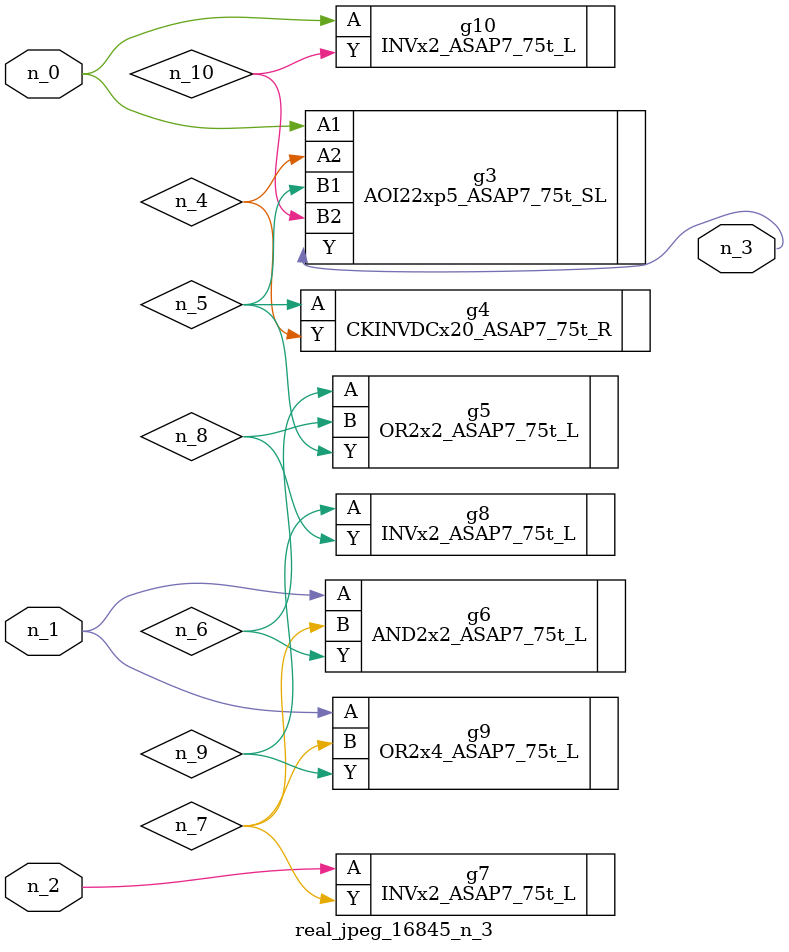
<source format=v>
module real_jpeg_16845_n_3 (n_1, n_0, n_2, n_3);

input n_1;
input n_0;
input n_2;

output n_3;

wire n_5;
wire n_4;
wire n_8;
wire n_6;
wire n_7;
wire n_10;
wire n_9;

AOI22xp5_ASAP7_75t_SL g3 ( 
.A1(n_0),
.A2(n_4),
.B1(n_5),
.B2(n_10),
.Y(n_3)
);

INVx2_ASAP7_75t_L g10 ( 
.A(n_0),
.Y(n_10)
);

AND2x2_ASAP7_75t_L g6 ( 
.A(n_1),
.B(n_7),
.Y(n_6)
);

OR2x4_ASAP7_75t_L g9 ( 
.A(n_1),
.B(n_7),
.Y(n_9)
);

INVx2_ASAP7_75t_L g7 ( 
.A(n_2),
.Y(n_7)
);

CKINVDCx20_ASAP7_75t_R g4 ( 
.A(n_5),
.Y(n_4)
);

OR2x2_ASAP7_75t_L g5 ( 
.A(n_6),
.B(n_8),
.Y(n_5)
);

INVx2_ASAP7_75t_L g8 ( 
.A(n_9),
.Y(n_8)
);


endmodule
</source>
